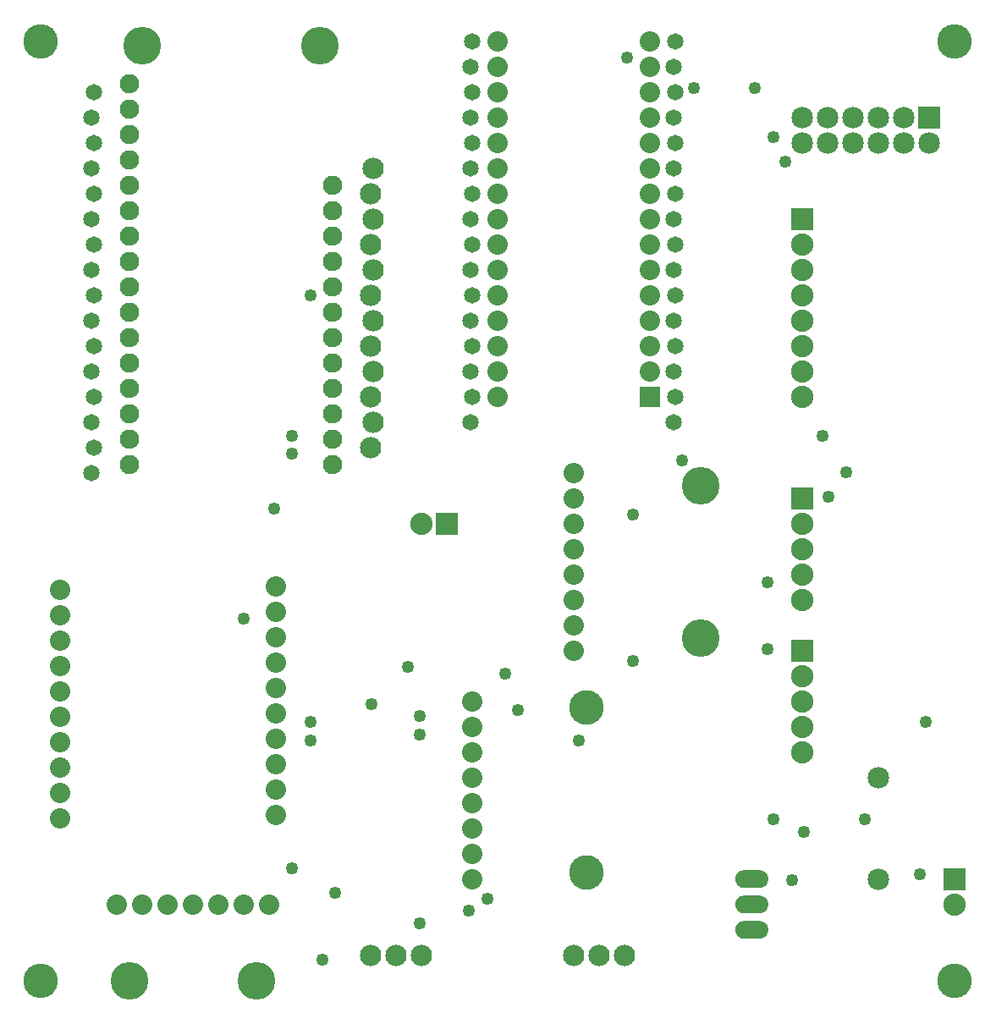
<source format=gts>
G04 MADE WITH FRITZING*
G04 WWW.FRITZING.ORG*
G04 DOUBLE SIDED*
G04 HOLES PLATED*
G04 CONTOUR ON CENTER OF CONTOUR VECTOR*
%ASAXBY*%
%FSLAX23Y23*%
%MOIN*%
%OFA0B0*%
%SFA1.0B1.0*%
%ADD10C,0.080000*%
%ADD11C,0.088000*%
%ADD12C,0.084000*%
%ADD13C,0.065000*%
%ADD14C,0.135984*%
%ADD15C,0.085000*%
%ADD16C,0.076000*%
%ADD17C,0.148425*%
%ADD18C,0.136614*%
%ADD19C,0.070000*%
%ADD20C,0.049370*%
%ADD21R,0.079972X0.080000*%
%ADD22R,0.088000X0.088000*%
%ADD23R,0.085000X0.085000*%
%ADD24R,0.001000X0.001000*%
%LNMASK1*%
G90*
G70*
G54D10*
X2551Y2422D03*
X2551Y2522D03*
X2551Y2622D03*
X2551Y2722D03*
X2551Y2822D03*
X2551Y2922D03*
X2551Y3022D03*
X2551Y3122D03*
X2551Y3222D03*
X2551Y3322D03*
X2551Y3422D03*
X2551Y3522D03*
X2551Y3622D03*
X2551Y3722D03*
X2551Y3822D03*
X1951Y2422D03*
X1951Y2522D03*
X1951Y2622D03*
X1951Y2722D03*
X1951Y2822D03*
X1951Y2922D03*
X1951Y3022D03*
X1951Y3122D03*
X1951Y3222D03*
X1951Y3322D03*
X1951Y3422D03*
X1951Y3522D03*
X1951Y3622D03*
X1951Y3722D03*
X1951Y3822D03*
G54D11*
X3151Y1422D03*
X3151Y1322D03*
X3151Y1222D03*
X3151Y1122D03*
X3151Y1022D03*
X3151Y2022D03*
X3151Y1922D03*
X3151Y1822D03*
X3151Y1722D03*
X3151Y1622D03*
X1751Y1922D03*
X1651Y1922D03*
G54D12*
X1459Y3322D03*
X1451Y3222D03*
X1459Y3122D03*
X1451Y3022D03*
X1459Y2922D03*
X1451Y2822D03*
X1459Y2722D03*
X1451Y2622D03*
X1459Y2522D03*
X1451Y2422D03*
X1459Y2322D03*
X1451Y2222D03*
X1459Y3322D03*
X1451Y3222D03*
X1459Y3122D03*
X1451Y3022D03*
X1459Y2922D03*
X1451Y2822D03*
X1459Y2722D03*
X1451Y2622D03*
X1459Y2522D03*
X1451Y2422D03*
X1459Y2322D03*
X1451Y2222D03*
G54D13*
X1851Y3822D03*
X1843Y3722D03*
X1851Y3622D03*
X1843Y3522D03*
X1851Y3422D03*
X1843Y3322D03*
X1851Y3222D03*
X1843Y3122D03*
X1851Y3022D03*
X1843Y2922D03*
X1851Y2822D03*
X1843Y2722D03*
X1851Y2622D03*
X1843Y2522D03*
X1851Y2422D03*
X1843Y2322D03*
X1851Y3822D03*
X1843Y3722D03*
X1851Y3622D03*
X1843Y3522D03*
X1851Y3422D03*
X1843Y3322D03*
X1851Y3222D03*
X1843Y3122D03*
X1851Y3022D03*
X1843Y2922D03*
X1851Y2822D03*
X1843Y2722D03*
X1851Y2622D03*
X1843Y2522D03*
X1851Y2422D03*
X1843Y2322D03*
X359Y3622D03*
X351Y3522D03*
X359Y3422D03*
X351Y3322D03*
X359Y3222D03*
X351Y3122D03*
X359Y3022D03*
X351Y2922D03*
X359Y2822D03*
X351Y2722D03*
X359Y2622D03*
X351Y2522D03*
X359Y2422D03*
X351Y2322D03*
X359Y2222D03*
X351Y2122D03*
X359Y3622D03*
X351Y3522D03*
X359Y3422D03*
X351Y3322D03*
X359Y3222D03*
X351Y3122D03*
X359Y3022D03*
X351Y2922D03*
X359Y2822D03*
X351Y2722D03*
X359Y2622D03*
X351Y2522D03*
X359Y2422D03*
X351Y2322D03*
X359Y2222D03*
X351Y2122D03*
X2651Y3822D03*
X2643Y3722D03*
X2651Y3622D03*
X2643Y3522D03*
X2651Y3422D03*
X2643Y3322D03*
X2651Y3222D03*
X2643Y3122D03*
X2651Y3022D03*
X2643Y2922D03*
X2651Y2822D03*
X2643Y2722D03*
X2651Y2622D03*
X2643Y2522D03*
X2651Y2422D03*
X2643Y2322D03*
X2651Y3822D03*
X2643Y3722D03*
X2651Y3622D03*
X2643Y3522D03*
X2651Y3422D03*
X2643Y3322D03*
X2651Y3222D03*
X2643Y3122D03*
X2651Y3022D03*
X2643Y2922D03*
X2651Y2822D03*
X2643Y2722D03*
X2651Y2622D03*
X2643Y2522D03*
X2651Y2422D03*
X2643Y2322D03*
G54D11*
X3151Y3122D03*
X3151Y3022D03*
X3151Y2922D03*
X3151Y2822D03*
X3151Y2722D03*
X3151Y2622D03*
X3151Y2522D03*
X3151Y2422D03*
G54D14*
X151Y3822D03*
X3751Y3822D03*
X151Y122D03*
X3751Y122D03*
G54D11*
X3751Y522D03*
X3751Y422D03*
G54D15*
X3651Y3522D03*
X3651Y3422D03*
X3551Y3522D03*
X3551Y3422D03*
X3451Y3522D03*
X3451Y3422D03*
X3351Y3522D03*
X3351Y3422D03*
X3251Y3522D03*
X3251Y3422D03*
X3151Y3522D03*
X3151Y3422D03*
G54D16*
X501Y2354D03*
X501Y2254D03*
X501Y2454D03*
X501Y2554D03*
X501Y2654D03*
X501Y2754D03*
X501Y2854D03*
X501Y2954D03*
X501Y3054D03*
X501Y3154D03*
X501Y3254D03*
X501Y3354D03*
X501Y3454D03*
X501Y3554D03*
X501Y3654D03*
X1301Y3254D03*
X1301Y3154D03*
X1301Y3054D03*
X1301Y2954D03*
X1301Y2854D03*
X1301Y2754D03*
X1301Y2654D03*
X1301Y2554D03*
X1301Y2454D03*
X1301Y2354D03*
X1301Y2254D03*
X1301Y2154D03*
G54D17*
X1251Y3804D03*
X551Y3804D03*
G54D16*
X501Y2154D03*
G54D10*
X1051Y422D03*
G54D17*
X1001Y122D03*
G54D10*
X951Y422D03*
X851Y422D03*
X751Y422D03*
X651Y422D03*
X551Y422D03*
G54D17*
X501Y122D03*
G54D10*
X451Y422D03*
G54D18*
X2301Y1197D03*
G54D10*
X1851Y1222D03*
X1851Y1122D03*
X1851Y1022D03*
X1851Y922D03*
X1851Y822D03*
G54D18*
X2301Y547D03*
G54D10*
X1851Y722D03*
X1851Y622D03*
X1851Y522D03*
G54D17*
X2751Y1472D03*
G54D10*
X2251Y2122D03*
X2251Y2022D03*
X2251Y1922D03*
X2251Y1822D03*
X2251Y1722D03*
X2251Y1622D03*
X2251Y1522D03*
X2251Y1422D03*
G54D17*
X2751Y2072D03*
G54D10*
X226Y761D03*
X226Y861D03*
X226Y961D03*
X226Y1061D03*
X226Y1161D03*
X226Y1261D03*
X226Y1361D03*
X226Y1461D03*
X226Y1561D03*
X226Y1661D03*
X1077Y775D03*
X1077Y875D03*
X1077Y975D03*
X1077Y1075D03*
X1077Y1175D03*
X1077Y1275D03*
X1077Y1375D03*
X1077Y1475D03*
X1077Y1575D03*
X1077Y1675D03*
G54D12*
X2251Y222D03*
X2351Y222D03*
X2451Y222D03*
X2251Y222D03*
X2351Y222D03*
X2451Y222D03*
X1451Y222D03*
X1551Y222D03*
X1651Y222D03*
X1451Y222D03*
X1551Y222D03*
X1651Y222D03*
G54D15*
X3451Y922D03*
X3451Y522D03*
G54D19*
X2951Y522D03*
X2951Y422D03*
X2951Y322D03*
X2951Y522D03*
X2951Y422D03*
X2951Y322D03*
G54D20*
X2268Y1069D03*
X1452Y1213D03*
X1140Y2269D03*
X1068Y1981D03*
X1596Y1357D03*
X1140Y2197D03*
X1212Y1141D03*
X1644Y1165D03*
X1980Y1333D03*
X3012Y1693D03*
X2676Y2173D03*
X3036Y3445D03*
X2028Y1189D03*
X1644Y1093D03*
X1212Y1069D03*
X3108Y517D03*
X3324Y2125D03*
X1260Y205D03*
X3252Y2029D03*
X1140Y565D03*
X1836Y397D03*
X2484Y1957D03*
X3228Y2269D03*
X2724Y3637D03*
X3636Y1141D03*
X3612Y541D03*
X3036Y757D03*
X2484Y1381D03*
X1644Y349D03*
X1308Y469D03*
X2964Y3637D03*
X3084Y3349D03*
X2460Y3757D03*
X3396Y757D03*
X1212Y2821D03*
X3156Y709D03*
X3012Y1429D03*
X1908Y445D03*
X948Y1549D03*
G54D21*
X2551Y2422D03*
G54D22*
X3151Y1422D03*
X3151Y2022D03*
X1751Y1922D03*
X3151Y3122D03*
X3751Y522D03*
G54D23*
X3651Y3522D03*
G54D24*
X2918Y557D02*
X2985Y557D01*
X2913Y556D02*
X2989Y556D01*
X2910Y555D02*
X2993Y555D01*
X2907Y554D02*
X2995Y554D01*
X2905Y553D02*
X2997Y553D01*
X2903Y552D02*
X2999Y552D01*
X2902Y551D02*
X3000Y551D01*
X2900Y550D02*
X3002Y550D01*
X2899Y549D02*
X3003Y549D01*
X2898Y548D02*
X3004Y548D01*
X2897Y547D02*
X3005Y547D01*
X2896Y546D02*
X3006Y546D01*
X2895Y545D02*
X3007Y545D01*
X2894Y544D02*
X3008Y544D01*
X2893Y543D02*
X3009Y543D01*
X2893Y542D02*
X3009Y542D01*
X2892Y541D02*
X3010Y541D01*
X2891Y540D02*
X3011Y540D01*
X2891Y539D02*
X3011Y539D01*
X2890Y538D02*
X3012Y538D01*
X2890Y537D02*
X2948Y537D01*
X2954Y537D02*
X3012Y537D01*
X2889Y536D02*
X2944Y536D01*
X2958Y536D02*
X3013Y536D01*
X2889Y535D02*
X2943Y535D01*
X2960Y535D02*
X3013Y535D01*
X2889Y534D02*
X2941Y534D01*
X2961Y534D02*
X3013Y534D01*
X2888Y533D02*
X2940Y533D01*
X2962Y533D02*
X3014Y533D01*
X2888Y532D02*
X2939Y532D01*
X2963Y532D02*
X3014Y532D01*
X2888Y531D02*
X2938Y531D01*
X2964Y531D02*
X3014Y531D01*
X2887Y530D02*
X2938Y530D01*
X2964Y530D02*
X3015Y530D01*
X2887Y529D02*
X2937Y529D01*
X2965Y529D02*
X3015Y529D01*
X2887Y528D02*
X2937Y528D01*
X2965Y528D02*
X3015Y528D01*
X2887Y527D02*
X2936Y527D01*
X2966Y527D02*
X3015Y527D01*
X2887Y526D02*
X2936Y526D01*
X2966Y526D02*
X3015Y526D01*
X2887Y525D02*
X2936Y525D01*
X2966Y525D02*
X3015Y525D01*
X2887Y524D02*
X2936Y524D01*
X2966Y524D02*
X3015Y524D01*
X2887Y523D02*
X2936Y523D01*
X2966Y523D02*
X3016Y523D01*
X2887Y522D02*
X2936Y522D01*
X2967Y522D02*
X3016Y522D01*
X2887Y521D02*
X2936Y521D01*
X2966Y521D02*
X3015Y521D01*
X2887Y520D02*
X2936Y520D01*
X2966Y520D02*
X3015Y520D01*
X2887Y519D02*
X2936Y519D01*
X2966Y519D02*
X3015Y519D01*
X2887Y518D02*
X2936Y518D01*
X2966Y518D02*
X3015Y518D01*
X2887Y517D02*
X2936Y517D01*
X2966Y517D02*
X3015Y517D01*
X2887Y516D02*
X2937Y516D01*
X2965Y516D02*
X3015Y516D01*
X2887Y515D02*
X2937Y515D01*
X2965Y515D02*
X3015Y515D01*
X2888Y514D02*
X2938Y514D01*
X2964Y514D02*
X3014Y514D01*
X2888Y513D02*
X2939Y513D01*
X2963Y513D02*
X3014Y513D01*
X2888Y512D02*
X2940Y512D01*
X2962Y512D02*
X3014Y512D01*
X2889Y511D02*
X2941Y511D01*
X2961Y511D02*
X3014Y511D01*
X2889Y510D02*
X2942Y510D01*
X2960Y510D02*
X3013Y510D01*
X2889Y509D02*
X2944Y509D01*
X2959Y509D02*
X3013Y509D01*
X2890Y508D02*
X2946Y508D01*
X2956Y508D02*
X3012Y508D01*
X2890Y507D02*
X3012Y507D01*
X2891Y506D02*
X3011Y506D01*
X2891Y505D02*
X3011Y505D01*
X2892Y504D02*
X3010Y504D01*
X2892Y503D02*
X3010Y503D01*
X2893Y502D02*
X3009Y502D01*
X2894Y501D02*
X3008Y501D01*
X2895Y500D02*
X3008Y500D01*
X2895Y499D02*
X3007Y499D01*
X2896Y498D02*
X3006Y498D01*
X2897Y497D02*
X3005Y497D01*
X2898Y496D02*
X3004Y496D01*
X2900Y495D02*
X3002Y495D01*
X2901Y494D02*
X3001Y494D01*
X2903Y493D02*
X3000Y493D01*
X2904Y492D02*
X2998Y492D01*
X2906Y491D02*
X2996Y491D01*
X2908Y490D02*
X2994Y490D01*
X2911Y489D02*
X2991Y489D01*
X2915Y488D02*
X2987Y488D01*
X2918Y457D02*
X2985Y457D01*
X2913Y456D02*
X2989Y456D01*
X2910Y455D02*
X2993Y455D01*
X2907Y454D02*
X2995Y454D01*
X2905Y453D02*
X2997Y453D01*
X2903Y452D02*
X2999Y452D01*
X2902Y451D02*
X3000Y451D01*
X2900Y450D02*
X3002Y450D01*
X2899Y449D02*
X3003Y449D01*
X2898Y448D02*
X3004Y448D01*
X2897Y447D02*
X3005Y447D01*
X2896Y446D02*
X3006Y446D01*
X2895Y445D02*
X3007Y445D01*
X2894Y444D02*
X3008Y444D01*
X2893Y443D02*
X3009Y443D01*
X2893Y442D02*
X3009Y442D01*
X2892Y441D02*
X3010Y441D01*
X2891Y440D02*
X3011Y440D01*
X2891Y439D02*
X3011Y439D01*
X2890Y438D02*
X3012Y438D01*
X2890Y437D02*
X2948Y437D01*
X2954Y437D02*
X3012Y437D01*
X2889Y436D02*
X2944Y436D01*
X2958Y436D02*
X3013Y436D01*
X2889Y435D02*
X2943Y435D01*
X2960Y435D02*
X3013Y435D01*
X2889Y434D02*
X2941Y434D01*
X2961Y434D02*
X3013Y434D01*
X2888Y433D02*
X2940Y433D01*
X2962Y433D02*
X3014Y433D01*
X2888Y432D02*
X2939Y432D01*
X2963Y432D02*
X3014Y432D01*
X2888Y431D02*
X2938Y431D01*
X2964Y431D02*
X3014Y431D01*
X2887Y430D02*
X2938Y430D01*
X2964Y430D02*
X3015Y430D01*
X2887Y429D02*
X2937Y429D01*
X2965Y429D02*
X3015Y429D01*
X2887Y428D02*
X2937Y428D01*
X2965Y428D02*
X3015Y428D01*
X2887Y427D02*
X2936Y427D01*
X2966Y427D02*
X3015Y427D01*
X2887Y426D02*
X2936Y426D01*
X2966Y426D02*
X3015Y426D01*
X2887Y425D02*
X2936Y425D01*
X2966Y425D02*
X3015Y425D01*
X2887Y424D02*
X2936Y424D01*
X2966Y424D02*
X3015Y424D01*
X2887Y423D02*
X2936Y423D01*
X2966Y423D02*
X3016Y423D01*
X2887Y422D02*
X2936Y422D01*
X2967Y422D02*
X3016Y422D01*
X2887Y421D02*
X2936Y421D01*
X2966Y421D02*
X3015Y421D01*
X2887Y420D02*
X2936Y420D01*
X2966Y420D02*
X3015Y420D01*
X2887Y419D02*
X2936Y419D01*
X2966Y419D02*
X3015Y419D01*
X2887Y418D02*
X2936Y418D01*
X2966Y418D02*
X3015Y418D01*
X2887Y417D02*
X2936Y417D01*
X2966Y417D02*
X3015Y417D01*
X2887Y416D02*
X2937Y416D01*
X2965Y416D02*
X3015Y416D01*
X2887Y415D02*
X2937Y415D01*
X2965Y415D02*
X3015Y415D01*
X2888Y414D02*
X2938Y414D01*
X2964Y414D02*
X3014Y414D01*
X2888Y413D02*
X2939Y413D01*
X2963Y413D02*
X3014Y413D01*
X2888Y412D02*
X2940Y412D01*
X2962Y412D02*
X3014Y412D01*
X2889Y411D02*
X2941Y411D01*
X2961Y411D02*
X3014Y411D01*
X2889Y410D02*
X2942Y410D01*
X2960Y410D02*
X3013Y410D01*
X2889Y409D02*
X2944Y409D01*
X2959Y409D02*
X3013Y409D01*
X2890Y408D02*
X2946Y408D01*
X2956Y408D02*
X3012Y408D01*
X2890Y407D02*
X3012Y407D01*
X2891Y406D02*
X3011Y406D01*
X2891Y405D02*
X3011Y405D01*
X2892Y404D02*
X3010Y404D01*
X2892Y403D02*
X3010Y403D01*
X2893Y402D02*
X3009Y402D01*
X2894Y401D02*
X3008Y401D01*
X2895Y400D02*
X3008Y400D01*
X2895Y399D02*
X3007Y399D01*
X2896Y398D02*
X3006Y398D01*
X2897Y397D02*
X3005Y397D01*
X2898Y396D02*
X3004Y396D01*
X2900Y395D02*
X3002Y395D01*
X2901Y394D02*
X3001Y394D01*
X2903Y393D02*
X3000Y393D01*
X2904Y392D02*
X2998Y392D01*
X2906Y391D02*
X2996Y391D01*
X2908Y390D02*
X2994Y390D01*
X2911Y389D02*
X2991Y389D01*
X2915Y388D02*
X2987Y388D01*
X2918Y357D02*
X2985Y357D01*
X2913Y356D02*
X2989Y356D01*
X2910Y355D02*
X2993Y355D01*
X2907Y354D02*
X2995Y354D01*
X2905Y353D02*
X2997Y353D01*
X2903Y352D02*
X2999Y352D01*
X2902Y351D02*
X3000Y351D01*
X2900Y350D02*
X3002Y350D01*
X2899Y349D02*
X3003Y349D01*
X2898Y348D02*
X3004Y348D01*
X2897Y347D02*
X3005Y347D01*
X2896Y346D02*
X3006Y346D01*
X2895Y345D02*
X3007Y345D01*
X2894Y344D02*
X3008Y344D01*
X2893Y343D02*
X3009Y343D01*
X2893Y342D02*
X3009Y342D01*
X2892Y341D02*
X3010Y341D01*
X2891Y340D02*
X3011Y340D01*
X2891Y339D02*
X3011Y339D01*
X2890Y338D02*
X3012Y338D01*
X2890Y337D02*
X2948Y337D01*
X2954Y337D02*
X3012Y337D01*
X2889Y336D02*
X2944Y336D01*
X2958Y336D02*
X3013Y336D01*
X2889Y335D02*
X2943Y335D01*
X2960Y335D02*
X3013Y335D01*
X2889Y334D02*
X2941Y334D01*
X2961Y334D02*
X3013Y334D01*
X2888Y333D02*
X2940Y333D01*
X2962Y333D02*
X3014Y333D01*
X2888Y332D02*
X2939Y332D01*
X2963Y332D02*
X3014Y332D01*
X2888Y331D02*
X2938Y331D01*
X2964Y331D02*
X3014Y331D01*
X2887Y330D02*
X2938Y330D01*
X2964Y330D02*
X3015Y330D01*
X2887Y329D02*
X2937Y329D01*
X2965Y329D02*
X3015Y329D01*
X2887Y328D02*
X2937Y328D01*
X2965Y328D02*
X3015Y328D01*
X2887Y327D02*
X2936Y327D01*
X2966Y327D02*
X3015Y327D01*
X2887Y326D02*
X2936Y326D01*
X2966Y326D02*
X3015Y326D01*
X2887Y325D02*
X2936Y325D01*
X2966Y325D02*
X3015Y325D01*
X2887Y324D02*
X2936Y324D01*
X2966Y324D02*
X3015Y324D01*
X2887Y323D02*
X2936Y323D01*
X2966Y323D02*
X3016Y323D01*
X2887Y322D02*
X2936Y322D01*
X2967Y322D02*
X3016Y322D01*
X2887Y321D02*
X2936Y321D01*
X2966Y321D02*
X3015Y321D01*
X2887Y320D02*
X2936Y320D01*
X2966Y320D02*
X3015Y320D01*
X2887Y319D02*
X2936Y319D01*
X2966Y319D02*
X3015Y319D01*
X2887Y318D02*
X2936Y318D01*
X2966Y318D02*
X3015Y318D01*
X2887Y317D02*
X2936Y317D01*
X2966Y317D02*
X3015Y317D01*
X2887Y316D02*
X2937Y316D01*
X2965Y316D02*
X3015Y316D01*
X2887Y315D02*
X2937Y315D01*
X2965Y315D02*
X3015Y315D01*
X2888Y314D02*
X2938Y314D01*
X2964Y314D02*
X3014Y314D01*
X2888Y313D02*
X2939Y313D01*
X2963Y313D02*
X3014Y313D01*
X2888Y312D02*
X2940Y312D01*
X2962Y312D02*
X3014Y312D01*
X2889Y311D02*
X2941Y311D01*
X2961Y311D02*
X3014Y311D01*
X2889Y310D02*
X2942Y310D01*
X2960Y310D02*
X3013Y310D01*
X2889Y309D02*
X2944Y309D01*
X2959Y309D02*
X3013Y309D01*
X2890Y308D02*
X2946Y308D01*
X2956Y308D02*
X3012Y308D01*
X2890Y307D02*
X3012Y307D01*
X2891Y306D02*
X3011Y306D01*
X2891Y305D02*
X3011Y305D01*
X2892Y304D02*
X3010Y304D01*
X2892Y303D02*
X3010Y303D01*
X2893Y302D02*
X3009Y302D01*
X2894Y301D02*
X3008Y301D01*
X2895Y300D02*
X3008Y300D01*
X2895Y299D02*
X3007Y299D01*
X2896Y298D02*
X3006Y298D01*
X2897Y297D02*
X3005Y297D01*
X2898Y296D02*
X3004Y296D01*
X2900Y295D02*
X3002Y295D01*
X2901Y294D02*
X3001Y294D01*
X2903Y293D02*
X3000Y293D01*
X2904Y292D02*
X2998Y292D01*
X2906Y291D02*
X2996Y291D01*
X2908Y290D02*
X2994Y290D01*
X2911Y289D02*
X2991Y289D01*
X2915Y288D02*
X2987Y288D01*
D02*
G04 End of Mask1*
M02*
</source>
